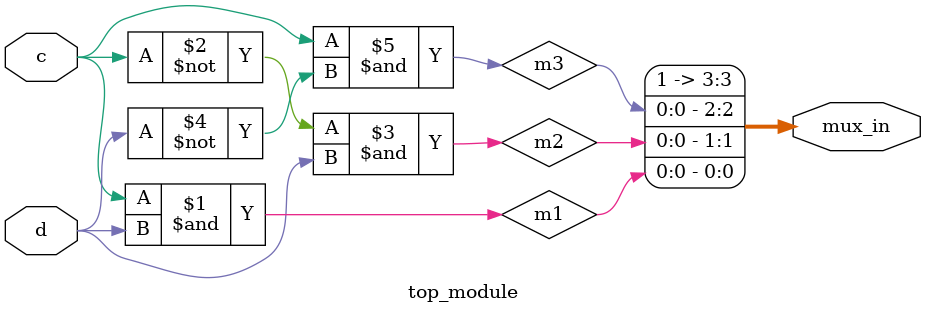
<source format=sv>
module top_module (
    input c,
    input d,
    output [3:0] mux_in
);

    wire m1, m2, m3;

    assign m1 = (c & d); // c.d
    assign m2 = (~c & d); // c'.d
    assign m3 = (c & ~d); // c.d'

    assign mux_in[0] = m1;
    assign mux_in[1] = m2;
    assign mux_in[2] = m3;
    assign mux_in[3] = 1'b1;

endmodule

</source>
